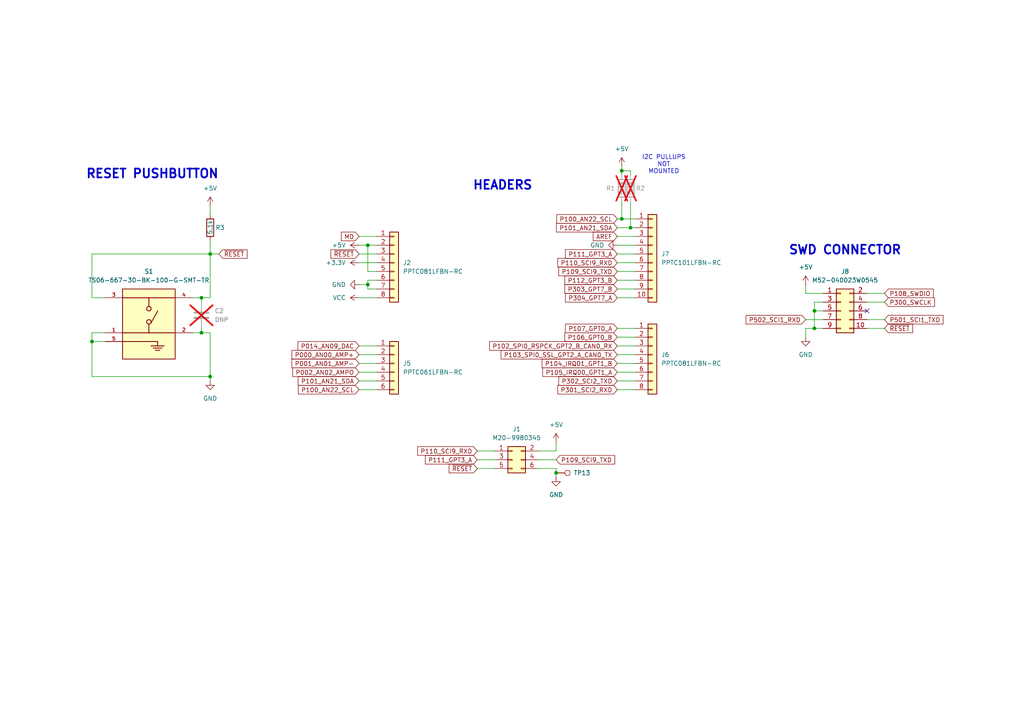
<source format=kicad_sch>
(kicad_sch (version 20231120) (generator "eeschema") (generator_version "8.0")
  (paper "A4")
  (title_block (title "Arduino UNO R4 Minima Headers") (date "2024-05-10") (rev "1") (company "Carlos Sabogal"))
  (lib_symbols
    (symbol "Arduino UNO R4 Minima:TS06-667-30-BK-100-G-SMT-TR" (pin_names (offset 1.016))
      (property "Reference" "S" (at -7.62 10.922 0))
      (property "Value" "TS06-667-30-BK-100-G-SMT-TR" (at -7.62 -10.922 0))
      (symbol "TS06-667-30-BK-100-G-SMT-TR_0_0"
        (rectangle (start -7.62 10.16) (end 7.62 -10.16) (stroke (width 0.254)) (fill (type background)))
        (polyline (pts (xy -7.62 -5.08) (xy 2.54 -5.08)) (stroke (width 0.254)))
        (polyline (pts (xy 0 -2.54) (xy -7.62 -2.54)) (stroke (width 0.254)))
        (polyline (pts (xy 0 -2.54) (xy 7.62 -2.54)) (stroke (width 0.254)))
        (polyline (pts (xy 0 0) (xy 0 -2.54)) (stroke (width 0.254)))
        (polyline (pts (xy 0 7.62) (xy -7.62 7.62)) (stroke (width 0.254)))
        (polyline (pts (xy 0 7.62) (xy 0 5.08)) (stroke (width 0.254)))
        (polyline (pts (xy 0 7.62) (xy 7.62 7.62)) (stroke (width 0.254)))
        (polyline (pts (xy 0.635 -6.35) (xy 2.54 -6.35)) (stroke (width 0.254)))
        (polyline (pts (xy 0.635 0.3175) (xy 2.54 3.81)) (stroke (width 0.254)))
        (polyline (pts (xy 1.27 -6.985) (xy 3.81 -6.985)) (stroke (width 0.254)))
        (polyline (pts (xy 1.905 -7.62) (xy 3.175 -7.62)) (stroke (width 0.254)))
        (polyline (pts (xy 2.54 -6.35) (xy 4.445 -6.35)) (stroke (width 0.254)))
        (polyline (pts (xy 2.54 -5.08) (xy 2.54 -6.35)) (stroke (width 0.254)))
        (circle (center 0 0.635) (radius 0.635) (stroke (width 0.254)))
        (circle (center 0 4.445) (radius 0.635) (stroke (width 0.254)))
        (pin passive line (at -12.7 -2.54 0) (length 5.08) (name "~") (number "1"))
        (pin passive line (at 12.7 -2.54 180) (length 5.08) (name "~") (number "2"))
        (pin passive line (at -12.7 7.62 0) (length 5.08) (name "~") (number "3"))
        (pin passive line (at 12.7 7.62 180) (length 5.08) (name "~") (number "4"))
        (pin passive line (at -12.7 -5.08 0) (length 5.08) (name "~") (number "5"))
      )
    )
    (symbol "Connector:TestPoint" (pin_numbers hide) (pin_names (offset 0.762) hide)
      (property "Reference" "TP" (at 0 6.858 0))
      (property "Value" "TestPoint" (at 0 5.08 0))
      (symbol "TestPoint_0_1"
        (circle (center 0 3.302) (radius 0.762))
      )
      (symbol "TestPoint_1_1"
        (pin passive line (at 0 0 90) (length 2.54) (name "1") (number "1"))
      )
    )
    (symbol "Connector_Generic:Conn_01x06" (pin_names (offset 1.016) hide)
      (property "Reference" "J" (at 0 7.62 0))
      (property "Value" "Conn_01x06" (at 0 -10.16 0))
      (symbol "Conn_01x06_1_1"
        (rectangle (start -1.27 -7.493) (end 0 -7.747) (stroke (width 0.1524)))
        (rectangle (start -1.27 -4.953) (end 0 -5.207) (stroke (width 0.1524)))
        (rectangle (start -1.27 -2.413) (end 0 -2.667) (stroke (width 0.1524)))
        (rectangle (start -1.27 0.127) (end 0 -0.127) (stroke (width 0.1524)))
        (rectangle (start -1.27 2.667) (end 0 2.413) (stroke (width 0.1524)))
        (rectangle (start -1.27 5.207) (end 0 4.953) (stroke (width 0.1524)))
        (rectangle (start -1.27 6.35) (end 1.27 -8.89) (stroke (width 0.254)) (fill (type background)))
        (pin passive line (at -5.08 5.08 0) (length 3.81) (name "Pin_1") (number "1"))
        (pin passive line (at -5.08 2.54 0) (length 3.81) (name "Pin_2") (number "2"))
        (pin passive line (at -5.08 0 0) (length 3.81) (name "Pin_3") (number "3"))
        (pin passive line (at -5.08 -2.54 0) (length 3.81) (name "Pin_4") (number "4"))
        (pin passive line (at -5.08 -5.08 0) (length 3.81) (name "Pin_5") (number "5"))
        (pin passive line (at -5.08 -7.62 0) (length 3.81) (name "Pin_6") (number "6"))
      )
    )
    (symbol "Connector_Generic:Conn_01x08" (pin_names (offset 1.016) hide)
      (property "Reference" "J" (at 0 10.16 0))
      (property "Value" "Conn_01x08" (at 0 -12.7 0))
      (symbol "Conn_01x08_1_1"
        (rectangle (start -1.27 -10.033) (end 0 -10.287) (stroke (width 0.1524)))
        (rectangle (start -1.27 -7.493) (end 0 -7.747) (stroke (width 0.1524)))
        (rectangle (start -1.27 -4.953) (end 0 -5.207) (stroke (width 0.1524)))
        (rectangle (start -1.27 -2.413) (end 0 -2.667) (stroke (width 0.1524)))
        (rectangle (start -1.27 0.127) (end 0 -0.127) (stroke (width 0.1524)))
        (rectangle (start -1.27 2.667) (end 0 2.413) (stroke (width 0.1524)))
        (rectangle (start -1.27 5.207) (end 0 4.953) (stroke (width 0.1524)))
        (rectangle (start -1.27 7.747) (end 0 7.493) (stroke (width 0.1524)))
        (rectangle (start -1.27 8.89) (end 1.27 -11.43) (stroke (width 0.254)) (fill (type background)))
        (pin passive line (at -5.08 7.62 0) (length 3.81) (name "Pin_1") (number "1"))
        (pin passive line (at -5.08 5.08 0) (length 3.81) (name "Pin_2") (number "2"))
        (pin passive line (at -5.08 2.54 0) (length 3.81) (name "Pin_3") (number "3"))
        (pin passive line (at -5.08 0 0) (length 3.81) (name "Pin_4") (number "4"))
        (pin passive line (at -5.08 -2.54 0) (length 3.81) (name "Pin_5") (number "5"))
        (pin passive line (at -5.08 -5.08 0) (length 3.81) (name "Pin_6") (number "6"))
        (pin passive line (at -5.08 -7.62 0) (length 3.81) (name "Pin_7") (number "7"))
        (pin passive line (at -5.08 -10.16 0) (length 3.81) (name "Pin_8") (number "8"))
      )
    )
    (symbol "Connector_Generic:Conn_01x10" (pin_names (offset 1.016) hide)
      (property "Reference" "J" (at 0 12.7 0))
      (property "Value" "Conn_01x10" (at 0 -15.24 0))
      (symbol "Conn_01x10_1_1"
        (rectangle (start -1.27 -12.573) (end 0 -12.827) (stroke (width 0.1524)))
        (rectangle (start -1.27 -10.033) (end 0 -10.287) (stroke (width 0.1524)))
        (rectangle (start -1.27 -7.493) (end 0 -7.747) (stroke (width 0.1524)))
        (rectangle (start -1.27 -4.953) (end 0 -5.207) (stroke (width 0.1524)))
        (rectangle (start -1.27 -2.413) (end 0 -2.667) (stroke (width 0.1524)))
        (rectangle (start -1.27 0.127) (end 0 -0.127) (stroke (width 0.1524)))
        (rectangle (start -1.27 2.667) (end 0 2.413) (stroke (width 0.1524)))
        (rectangle (start -1.27 5.207) (end 0 4.953) (stroke (width 0.1524)))
        (rectangle (start -1.27 7.747) (end 0 7.493) (stroke (width 0.1524)))
        (rectangle (start -1.27 10.287) (end 0 10.033) (stroke (width 0.1524)))
        (rectangle (start -1.27 11.43) (end 1.27 -13.97) (stroke (width 0.254)) (fill (type background)))
        (pin passive line (at -5.08 10.16 0) (length 3.81) (name "Pin_1") (number "1"))
        (pin passive line (at -5.08 -12.7 0) (length 3.81) (name "Pin_10") (number "10"))
        (pin passive line (at -5.08 7.62 0) (length 3.81) (name "Pin_2") (number "2"))
        (pin passive line (at -5.08 5.08 0) (length 3.81) (name "Pin_3") (number "3"))
        (pin passive line (at -5.08 2.54 0) (length 3.81) (name "Pin_4") (number "4"))
        (pin passive line (at -5.08 0 0) (length 3.81) (name "Pin_5") (number "5"))
        (pin passive line (at -5.08 -2.54 0) (length 3.81) (name "Pin_6") (number "6"))
        (pin passive line (at -5.08 -5.08 0) (length 3.81) (name "Pin_7") (number "7"))
        (pin passive line (at -5.08 -7.62 0) (length 3.81) (name "Pin_8") (number "8"))
        (pin passive line (at -5.08 -10.16 0) (length 3.81) (name "Pin_9") (number "9"))
      )
    )
    (symbol "Connector_Generic:Conn_02x03_Odd_Even" (pin_names (offset 1.016) hide)
      (property "Reference" "J" (at 1.27 5.08 0))
      (property "Value" "Conn_02x03_Odd_Even" (at 1.27 -5.08 0))
      (symbol "Conn_02x03_Odd_Even_1_1"
        (rectangle (start -1.27 -2.413) (end 0 -2.667) (stroke (width 0.1524)))
        (rectangle (start -1.27 0.127) (end 0 -0.127) (stroke (width 0.1524)))
        (rectangle (start -1.27 2.667) (end 0 2.413) (stroke (width 0.1524)))
        (rectangle (start -1.27 3.81) (end 3.81 -3.81) (stroke (width 0.254)) (fill (type background)))
        (rectangle (start 3.81 -2.413) (end 2.54 -2.667) (stroke (width 0.1524)))
        (rectangle (start 3.81 0.127) (end 2.54 -0.127) (stroke (width 0.1524)))
        (rectangle (start 3.81 2.667) (end 2.54 2.413) (stroke (width 0.1524)))
        (pin passive line (at -5.08 2.54 0) (length 3.81) (name "Pin_1") (number "1"))
        (pin passive line (at 7.62 2.54 180) (length 3.81) (name "Pin_2") (number "2"))
        (pin passive line (at -5.08 0 0) (length 3.81) (name "Pin_3") (number "3"))
        (pin passive line (at 7.62 0 180) (length 3.81) (name "Pin_4") (number "4"))
        (pin passive line (at -5.08 -2.54 0) (length 3.81) (name "Pin_5") (number "5"))
        (pin passive line (at 7.62 -2.54 180) (length 3.81) (name "Pin_6") (number "6"))
      )
    )
    (symbol "Connector_Generic:Conn_02x05_Odd_Even" (pin_names (offset 1.016) hide)
      (property "Reference" "J" (at 1.27 7.62 0))
      (property "Value" "Conn_02x05_Odd_Even" (at 1.27 -7.62 0))
      (symbol "Conn_02x05_Odd_Even_1_1"
        (rectangle (start -1.27 -4.953) (end 0 -5.207) (stroke (width 0.1524)))
        (rectangle (start -1.27 -2.413) (end 0 -2.667) (stroke (width 0.1524)))
        (rectangle (start -1.27 0.127) (end 0 -0.127) (stroke (width 0.1524)))
        (rectangle (start -1.27 2.667) (end 0 2.413) (stroke (width 0.1524)))
        (rectangle (start -1.27 5.207) (end 0 4.953) (stroke (width 0.1524)))
        (rectangle (start -1.27 6.35) (end 3.81 -6.35) (stroke (width 0.254)) (fill (type background)))
        (rectangle (start 3.81 -4.953) (end 2.54 -5.207) (stroke (width 0.1524)))
        (rectangle (start 3.81 -2.413) (end 2.54 -2.667) (stroke (width 0.1524)))
        (rectangle (start 3.81 0.127) (end 2.54 -0.127) (stroke (width 0.1524)))
        (rectangle (start 3.81 2.667) (end 2.54 2.413) (stroke (width 0.1524)))
        (rectangle (start 3.81 5.207) (end 2.54 4.953) (stroke (width 0.1524)))
        (pin passive line (at -5.08 5.08 0) (length 3.81) (name "Pin_1") (number "1"))
        (pin passive line (at 7.62 -5.08 180) (length 3.81) (name "Pin_10") (number "10"))
        (pin passive line (at 7.62 5.08 180) (length 3.81) (name "Pin_2") (number "2"))
        (pin passive line (at -5.08 2.54 0) (length 3.81) (name "Pin_3") (number "3"))
        (pin passive line (at 7.62 2.54 180) (length 3.81) (name "Pin_4") (number "4"))
        (pin passive line (at -5.08 0 0) (length 3.81) (name "Pin_5") (number "5"))
        (pin passive line (at 7.62 0 180) (length 3.81) (name "Pin_6") (number "6"))
        (pin passive line (at -5.08 -2.54 0) (length 3.81) (name "Pin_7") (number "7"))
        (pin passive line (at 7.62 -2.54 180) (length 3.81) (name "Pin_8") (number "8"))
        (pin passive line (at -5.08 -5.08 0) (length 3.81) (name "Pin_9") (number "9"))
      )
    )
    (symbol "Device:C" (pin_numbers hide) (pin_names (offset 0.254))
      (property "Reference" "C" (at 0.635 2.54 0))
      (property "Value" "C" (at 0.635 -2.54 0))
      (symbol "C_0_1"
        (polyline (pts (xy -2.032 -0.762) (xy 2.032 -0.762)) (stroke (width 0.508)))
        (polyline (pts (xy -2.032 0.762) (xy 2.032 0.762)) (stroke (width 0.508)))
      )
      (symbol "C_1_1"
        (pin passive line (at 0 3.81 270) (length 2.794) (name "~") (number "1"))
        (pin passive line (at 0 -3.81 90) (length 2.794) (name "~") (number "2"))
      )
    )
    (symbol "Device:R" (pin_numbers hide) (pin_names (offset 0))
      (property "Reference" "R" (at 2.032 0 90))
      (property "Value" "R" (at 0 0 90))
      (symbol "R_0_1"
        (rectangle (start -1.016 -2.54) (end 1.016 2.54) (stroke (width 0.254)))
      )
      (symbol "R_1_1"
        (pin passive line (at 0 3.81 270) (length 1.27) (name "~") (number "1"))
        (pin passive line (at 0 -3.81 90) (length 1.27) (name "~") (number "2"))
      )
    )
    (symbol "power:+3.3V" (power) (pin_numbers hide) (pin_names (offset 0) hide)
      (property "Value" "+3.3V" (at 0 3.556 0))
      (symbol "+3.3V_0_1"
        (polyline (pts (xy -0.762 1.27) (xy 0 2.54)))
        (polyline (pts (xy 0 0) (xy 0 2.54)))
        (polyline (pts (xy 0 2.54) (xy 0.762 1.27)))
      )
      (symbol "+3.3V_1_1"
        (pin power_in line (at 0 0 90) (length 0) (name "~") (number "1"))
      )
    )
    (symbol "power:+5V" (power) (pin_numbers hide) (pin_names (offset 0) hide)
      (property "Value" "+5V" (at 0 3.556 0))
      (symbol "+5V_0_1"
        (polyline (pts (xy -0.762 1.27) (xy 0 2.54)))
        (polyline (pts (xy 0 0) (xy 0 2.54)))
        (polyline (pts (xy 0 2.54) (xy 0.762 1.27)))
      )
      (symbol "+5V_1_1"
        (pin power_in line (at 0 0 90) (length 0) (name "~") (number "1"))
      )
    )
    (symbol "power:GND" (power) (pin_numbers hide) (pin_names (offset 0) hide)
      (property "Value" "GND" (at 0 -3.81 0))
      (symbol "GND_0_1"
        (polyline (pts (xy 0 0) (xy 0 -1.27) (xy 1.27 -1.27) (xy 0 -2.54) (xy -1.27 -1.27) (xy 0 -1.27)))
      )
      (symbol "GND_1_1"
        (pin power_in line (at 0 0 270) (length 0) (name "~") (number "1"))
      )
    )
    (symbol "power:VCC" (power) (pin_numbers hide) (pin_names (offset 0) hide)
      (property "Value" "VCC" (at 0 3.556 0))
      (symbol "VCC_0_1"
        (polyline (pts (xy -0.762 1.27) (xy 0 2.54)))
        (polyline (pts (xy 0 0) (xy 0 2.54)))
        (polyline (pts (xy 0 2.54) (xy 0.762 1.27)))
      )
      (symbol "VCC_1_1"
        (pin power_in line (at 0 0 90) (length 0) (name "~") (number "1"))
      )
    )
  )
  (junction (at 60.96 109.22))
  (junction (at 180.34 63.5))
  (junction (at 58.42 96.52))
  (junction (at 60.96 73.66))
  (junction (at 161.29 137.16))
  (junction (at 26.67 99.06))
  (junction (at 236.22 90.17))
  (junction (at 106.68 71.12))
  (junction (at 106.68 82.55))
  (junction (at 236.22 95.25))
  (junction (at 182.88 66.04))
  (junction (at 58.42 86.36))
  (junction (at 180.34 49.53))
  (no_connect (at 251.46 90.17))
  (wire (pts (xy 238.76 85.09) (xy 233.68 85.09)))
  (wire (pts (xy 161.29 130.81) (xy 161.29 128.27)))
  (wire (pts (xy 104.14 82.55) (xy 106.68 82.55)))
  (wire (pts (xy 161.29 137.16) (xy 161.29 135.89)))
  (wire (pts (xy 182.88 50.8) (xy 182.88 49.53)))
  (wire (pts (xy 60.96 73.66) (xy 60.96 86.36)))
  (wire (pts (xy 104.14 113.03) (xy 109.22 113.03)))
  (wire (pts (xy 60.96 110.49) (xy 60.96 109.22)))
  (wire (pts (xy 236.22 87.63) (xy 236.22 90.17)))
  (wire (pts (xy 26.67 86.36) (xy 30.48 86.36)))
  (wire (pts (xy 26.67 96.52) (xy 30.48 96.52)))
  (wire (pts (xy 60.96 96.52) (xy 60.96 109.22)))
  (wire (pts (xy 106.68 81.28) (xy 106.68 82.55)))
  (wire (pts (xy 179.07 66.04) (xy 182.88 66.04)))
  (wire (pts (xy 58.42 96.52) (xy 60.96 96.52)))
  (wire (pts (xy 180.34 49.53) (xy 180.34 48.26)))
  (wire (pts (xy 104.14 100.33) (xy 109.22 100.33)))
  (wire (pts (xy 251.46 87.63) (xy 256.54 87.63)))
  (wire (pts (xy 138.43 133.35) (xy 143.51 133.35)))
  (wire (pts (xy 156.21 133.35) (xy 161.29 133.35)))
  (wire (pts (xy 26.67 99.06) (xy 26.67 96.52)))
  (wire (pts (xy 179.07 95.25) (xy 184.15 95.25)))
  (wire (pts (xy 236.22 90.17) (xy 238.76 90.17)))
  (wire (pts (xy 106.68 71.12) (xy 109.22 71.12)))
  (wire (pts (xy 251.46 85.09) (xy 256.54 85.09)))
  (wire (pts (xy 60.96 59.69) (xy 60.96 62.23)))
  (wire (pts (xy 251.46 95.25) (xy 256.54 95.25)))
  (wire (pts (xy 26.67 73.66) (xy 26.67 86.36)))
  (wire (pts (xy 179.07 102.87) (xy 184.15 102.87)))
  (wire (pts (xy 180.34 58.42) (xy 180.34 63.5)))
  (wire (pts (xy 179.07 81.28) (xy 184.15 81.28)))
  (wire (pts (xy 182.88 66.04) (xy 184.15 66.04)))
  (wire (pts (xy 26.67 73.66) (xy 60.96 73.66)))
  (wire (pts (xy 104.14 73.66) (xy 109.22 73.66)))
  (wire (pts (xy 236.22 90.17) (xy 236.22 95.25)))
  (wire (pts (xy 233.68 85.09) (xy 233.68 82.55)))
  (wire (pts (xy 60.96 73.66) (xy 63.5 73.66)))
  (wire (pts (xy 58.42 86.36) (xy 55.88 86.36)))
  (wire (pts (xy 109.22 81.28) (xy 106.68 81.28)))
  (wire (pts (xy 182.88 58.42) (xy 182.88 66.04)))
  (wire (pts (xy 60.96 69.85) (xy 60.96 73.66)))
  (wire (pts (xy 180.34 50.8) (xy 180.34 49.53)))
  (wire (pts (xy 233.68 92.71) (xy 238.76 92.71)))
  (wire (pts (xy 106.68 82.55) (xy 106.68 83.82)))
  (wire (pts (xy 236.22 95.25) (xy 233.68 95.25)))
  (wire (pts (xy 138.43 135.89) (xy 143.51 135.89)))
  (wire (pts (xy 179.07 78.74) (xy 184.15 78.74)))
  (wire (pts (xy 58.42 95.25) (xy 58.42 96.52)))
  (wire (pts (xy 179.07 68.58) (xy 184.15 68.58)))
  (wire (pts (xy 104.14 71.12) (xy 106.68 71.12)))
  (wire (pts (xy 156.21 135.89) (xy 161.29 135.89)))
  (wire (pts (xy 106.68 71.12) (xy 106.68 78.74)))
  (wire (pts (xy 179.07 83.82) (xy 184.15 83.82)))
  (wire (pts (xy 104.14 105.41) (xy 109.22 105.41)))
  (wire (pts (xy 104.14 107.95) (xy 109.22 107.95)))
  (wire (pts (xy 179.07 100.33) (xy 184.15 100.33)))
  (wire (pts (xy 156.21 130.81) (xy 161.29 130.81)))
  (wire (pts (xy 238.76 87.63) (xy 236.22 87.63)))
  (wire (pts (xy 179.07 76.2) (xy 184.15 76.2)))
  (wire (pts (xy 251.46 92.71) (xy 256.54 92.71)))
  (wire (pts (xy 104.14 76.2) (xy 109.22 76.2)))
  (wire (pts (xy 182.88 49.53) (xy 180.34 49.53)))
  (wire (pts (xy 55.88 96.52) (xy 58.42 96.52)))
  (wire (pts (xy 60.96 86.36) (xy 58.42 86.36)))
  (wire (pts (xy 104.14 110.49) (xy 109.22 110.49)))
  (wire (pts (xy 106.68 83.82) (xy 109.22 83.82)))
  (wire (pts (xy 179.07 110.49) (xy 184.15 110.49)))
  (wire (pts (xy 104.14 68.58) (xy 109.22 68.58)))
  (wire (pts (xy 104.14 102.87) (xy 109.22 102.87)))
  (wire (pts (xy 238.76 95.25) (xy 236.22 95.25)))
  (wire (pts (xy 138.43 130.81) (xy 143.51 130.81)))
  (wire (pts (xy 179.07 63.5) (xy 180.34 63.5)))
  (wire (pts (xy 161.29 138.43) (xy 161.29 137.16)))
  (wire (pts (xy 179.07 107.95) (xy 184.15 107.95)))
  (wire (pts (xy 233.68 95.25) (xy 233.68 97.79)))
  (wire (pts (xy 179.07 105.41) (xy 184.15 105.41)))
  (wire (pts (xy 179.07 113.03) (xy 184.15 113.03)))
  (wire (pts (xy 60.96 109.22) (xy 26.67 109.22)))
  (wire (pts (xy 179.07 97.79) (xy 184.15 97.79)))
  (wire (pts (xy 26.67 109.22) (xy 26.67 99.06)))
  (wire (pts (xy 109.22 78.74) (xy 106.68 78.74)))
  (wire (pts (xy 104.14 86.36) (xy 109.22 86.36)))
  (wire (pts (xy 26.67 99.06) (xy 30.48 99.06)))
  (wire (pts (xy 179.07 86.36) (xy 184.15 86.36)))
  (wire (pts (xy 179.07 71.12) (xy 184.15 71.12)))
  (wire (pts (xy 179.07 73.66) (xy 184.15 73.66)))
  (wire (pts (xy 58.42 86.36) (xy 58.42 87.63)))
  (wire (pts (xy 180.34 63.5) (xy 184.15 63.5)))
  (text "RESET PUSHBUTTON" (at 44.196 50.546 0) (effects (font (size 2.54 2.54) (thickness 0.508) (bold yes))))
  (text "SWD CONNECTOR" (at 245.11 72.644 0) (effects (font (size 2.54 2.54) (thickness 0.508) (bold yes))))
  (text "HEADERS" (at 145.796 53.848 0) (effects (font (size 2.54 2.54) (thickness 0.508) (bold yes))))
  (text "I2C PULLUPS\nNOT\nMOUNTED" (at 192.532 47.752 0) (effects (font (size 1.27 1.27))))
  (global_label "P102_SPI0_RSPCK_GPT2_B_CAN0_RX" (shape input) (at 179.07 100.33 180) (property "Intersheetrefs" "${INTERSHEET_REFS}" (effects (hide yes))))
  (global_label "~{RESET}" (shape input) (at 256.54 95.25 0) (property "Intersheetrefs" "${INTERSHEET_REFS}" (effects (hide yes))))
  (global_label "P100_AN22_SCL" (shape input) (at 104.14 113.03 180) (property "Intersheetrefs" "${INTERSHEET_REFS}" (effects (hide yes))))
  (global_label "P105_IRQ00_GPT1_A" (shape input) (at 179.07 107.95 180) (property "Intersheetrefs" "${INTERSHEET_REFS}" (effects (hide yes))))
  (global_label "P110_SCI9_RXD" (shape input) (at 179.07 76.2 180) (property "Intersheetrefs" "${INTERSHEET_REFS}" (effects (hide yes))))
  (global_label "~{RESET}" (shape input) (at 104.14 73.66 180) (property "Intersheetrefs" "${INTERSHEET_REFS}" (effects (hide yes))))
  (global_label "P300_SWCLK" (shape input) (at 256.54 87.63 0) (property "Intersheetrefs" "${INTERSHEET_REFS}" (effects (hide yes))))
  (global_label "P304_GPT7_A" (shape input) (at 179.07 86.36 180) (property "Intersheetrefs" "${INTERSHEET_REFS}" (effects (hide yes))))
  (global_label "~{RESET}" (shape input) (at 63.5 73.66 0) (property "Intersheetrefs" "${INTERSHEET_REFS}" (effects (hide yes))))
  (global_label "P100_AN22_SCL" (shape input) (at 179.07 63.5 180) (property "Intersheetrefs" "${INTERSHEET_REFS}" (effects (hide yes))))
  (global_label "P501_SCI1_TXD" (shape input) (at 256.54 92.71 0) (property "Intersheetrefs" "${INTERSHEET_REFS}" (effects (hide yes))))
  (global_label "P108_SWDIO" (shape input) (at 256.54 85.09 0) (property "Intersheetrefs" "${INTERSHEET_REFS}" (effects (hide yes))))
  (global_label "P104_IRQ01_GPT1_B" (shape input) (at 179.07 105.41 180) (property "Intersheetrefs" "${INTERSHEET_REFS}" (effects (hide yes))))
  (global_label "P014_AN09_DAC" (shape input) (at 104.14 100.33 180) (property "Intersheetrefs" "${INTERSHEET_REFS}" (effects (hide yes))))
  (global_label "~{RESET}" (shape input) (at 138.43 135.89 180) (property "Intersheetrefs" "${INTERSHEET_REFS}" (effects (hide yes))))
  (global_label "P101_AN21_SDA" (shape input) (at 179.07 66.04 180) (property "Intersheetrefs" "${INTERSHEET_REFS}" (effects (hide yes))))
  (global_label "P502_SCI1_RXD" (shape input) (at 233.68 92.71 180) (property "Intersheetrefs" "${INTERSHEET_REFS}" (effects (hide yes))))
  (global_label "MD" (shape input) (at 104.14 68.58 180) (property "Intersheetrefs" "${INTERSHEET_REFS}" (effects (hide yes))))
  (global_label "P106_GPT0_B" (shape input) (at 179.07 97.79 180) (property "Intersheetrefs" "${INTERSHEET_REFS}" (effects (hide yes))))
  (global_label "P301_SCI2_RXD" (shape input) (at 179.07 113.03 180) (property "Intersheetrefs" "${INTERSHEET_REFS}" (effects (hide yes))))
  (global_label "P103_SPI0_SSL_GPT2_A_CAN0_TX" (shape input) (at 179.07 102.87 180) (property "Intersheetrefs" "${INTERSHEET_REFS}" (effects (hide yes))))
  (global_label "P107_GPT0_A" (shape input) (at 179.07 95.25 180) (property "Intersheetrefs" "${INTERSHEET_REFS}" (effects (hide yes))))
  (global_label "P001_AN01_AMP-" (shape input) (at 104.14 105.41 180) (property "Intersheetrefs" "${INTERSHEET_REFS}" (effects (hide yes))))
  (global_label "AREF" (shape input) (at 179.07 68.58 180) (property "Intersheetrefs" "${INTERSHEET_REFS}" (effects (hide yes))))
  (global_label "P112_GPT3_B" (shape input) (at 179.07 81.28 180) (property "Intersheetrefs" "${INTERSHEET_REFS}" (effects (hide yes))))
  (global_label "P111_GPT3_A" (shape input) (at 179.07 73.66 180) (property "Intersheetrefs" "${INTERSHEET_REFS}" (effects (hide yes))))
  (global_label "P302_SCI2_TXD" (shape input) (at 179.07 110.49 180) (property "Intersheetrefs" "${INTERSHEET_REFS}" (effects (hide yes))))
  (global_label "P111_GPT3_A" (shape input) (at 138.43 133.35 180) (property "Intersheetrefs" "${INTERSHEET_REFS}" (effects (hide yes))))
  (global_label "P000_AN00_AMP+" (shape input) (at 104.14 102.87 180) (property "Intersheetrefs" "${INTERSHEET_REFS}" (effects (hide yes))))
  (global_label "P002_AN02_AMPO" (shape input) (at 104.14 107.95 180) (property "Intersheetrefs" "${INTERSHEET_REFS}" (effects (hide yes))))
  (global_label "P110_SCI9_RXD" (shape input) (at 138.43 130.81 180) (property "Intersheetrefs" "${INTERSHEET_REFS}" (effects (hide yes))))
  (global_label "P101_AN21_SDA" (shape input) (at 104.14 110.49 180) (property "Intersheetrefs" "${INTERSHEET_REFS}" (effects (hide yes))))
  (global_label "P109_SCI9_TXD" (shape input) (at 179.07 78.74 180) (property "Intersheetrefs" "${INTERSHEET_REFS}" (effects (hide yes))))
  (global_label "P109_SCI9_TXD" (shape input) (at 161.29 133.35 0) (property "Intersheetrefs" "${INTERSHEET_REFS}" (effects (hide yes))))
  (global_label "P303_GPT7_B" (shape input) (at 179.07 83.82 180) (property "Intersheetrefs" "${INTERSHEET_REFS}" (effects (hide yes))))
  (symbol (lib_id "power:+5V") (at 161.29 128.27 0) (unit 1)
    (property "Reference" "#PWR048" (effects (hide yes)))
    (property "Value" "+5V" (at 161.29 123.19 0))
    (property "Description" "Power symbol creates a global label with name \"+5V\"" (effects (hide yes)))
  )
  (symbol (lib_id "Connector_Generic:Conn_01x08") (at 114.3 76.2 0) (unit 1)
    (property "Reference" "J2" (at 116.84 76.1999 0) (effects (justify left)))
    (property "Value" "PPTC081LFBN-RC" (at 116.84 78.7399 0) (effects (justify left)))
    (property "Footprint" "Connector_PinSocket_2.54mm:PinSocket_1x08_P2.54mm_Vertical" (effects (hide yes)))
    (property "Description" "Generic connector, single row, 01x08, script generated (kicad-library-utils/schlib/autogen/connector/)" (effects (hide yes)))
  )
  (symbol (lib_id "power:+5V") (at 104.14 71.12 90) (unit 1)
    (property "Reference" "#PWR050" (effects (hide yes)))
    (property "Value" "+5V" (at 100.33 71.1199 90) (effects (justify left)))
    (property "Description" "Power symbol creates a global label with name \"+5V\"" (effects (hide yes)))
  )
  (symbol (lib_id "power:VCC") (at 104.14 86.36 90) (unit 1)
    (property "Reference" "#PWR052" (effects (hide yes)))
    (property "Value" "VCC" (at 100.33 86.3599 90) (effects (justify left)))
    (property "Description" "Power symbol creates a global label with name \"VCC\"" (effects (hide yes)))
  )
  (symbol (lib_id "power:GND") (at 179.07 71.12 270) (unit 1)
    (property "Reference" "#PWR054" (effects (hide yes)))
    (property "Value" "GND" (at 175.26 71.1199 90) (effects (justify right)))
    (property "Description" "Power symbol creates a global label with name \"GND\" , ground" (effects (hide yes)))
  )
  (symbol (lib_id "Device:R") (at 182.88 54.61 0) (unit 1) (dnp yes)
    (property "Reference" "R2" (at 184.404 54.61 0) (effects (justify left)))
    (property "Value" "5.1k" (at 182.88 56.642 90) (effects (justify left)))
    (property "Footprint" "Resistor_SMD:R_0603_1608Metric" (effects (hide yes)))
    (property "Description" "Resistor" (effects (hide yes)))
  )
  (symbol (lib_id "power:GND") (at 233.68 97.79 0) (unit 1)
    (property "Reference" "#PWR056" (effects (hide yes)))
    (property "Value" "GND" (at 233.68 102.87 0))
    (property "Description" "Power symbol creates a global label with name \"GND\" , ground" (effects (hide yes)))
  )
  (symbol (lib_id "power:GND") (at 60.96 110.49 0) (unit 1)
    (property "Reference" "#PWR036" (effects (hide yes)))
    (property "Value" "GND" (at 60.96 115.57 0))
    (property "Description" "Power symbol creates a global label with name \"GND\" , ground" (effects (hide yes)))
  )
  (symbol (lib_id "Connector_Generic:Conn_01x08") (at 189.23 102.87 0) (unit 1)
    (property "Reference" "J6" (at 191.77 102.8699 0) (effects (justify left)))
    (property "Value" "PPTC081LFBN-RC" (at 191.77 105.4099 0) (effects (justify left)))
    (property "Footprint" "Connector_PinSocket_2.54mm:PinSocket_1x08_P2.54mm_Vertical" (effects (hide yes)))
    (property "Description" "Generic connector, single row, 01x08, script generated (kicad-library-utils/schlib/autogen/connector/)" (effects (hide yes)))
  )
  (symbol (lib_id "power:+5V") (at 60.96 59.69 0) (unit 1)
    (property "Reference" "#PWR035" (effects (hide yes)))
    (property "Value" "+5V" (at 60.96 54.61 0))
    (property "Description" "Power symbol creates a global label with name \"+5V\"" (effects (hide yes)))
  )
  (symbol (lib_id "Device:R") (at 60.96 66.04 0) (unit 1)
    (property "Reference" "R3" (at 62.484 66.04 0) (effects (justify left)))
    (property "Value" "5.1k" (at 60.96 68.072 90) (effects (justify left)))
    (property "Footprint" "Resistor_SMD:R_0402_1005Metric" (effects (hide yes)))
    (property "Description" "Resistor" (effects (hide yes)))
  )
  (symbol (lib_id "power:+5V") (at 233.68 82.55 0) (mirror y) (unit 1)
    (property "Reference" "#PWR055" (effects (hide yes)))
    (property "Value" "+5V" (at 233.68 77.47 0))
    (property "Description" "Power symbol creates a global label with name \"+5V\"" (effects (hide yes)))
  )
  (symbol (lib_id "Device:R") (at 180.34 54.61 0) (unit 1) (dnp yes)
    (property "Reference" "R1" (at 175.768 54.61 0) (effects (justify left)))
    (property "Value" "5.1k" (at 180.34 56.642 90) (effects (justify left)))
    (property "Footprint" "Resistor_SMD:R_0603_1608Metric" (effects (hide yes)))
    (property "Description" "Resistor" (effects (hide yes)))
  )
  (symbol (lib_id "Connector_Generic:Conn_02x05_Odd_Even") (at 243.84 90.17 0) (unit 1)
    (property "Reference" "J8" (at 245.11 78.74 0))
    (property "Value" "M52-040023W0545" (at 245.11 81.28 0))
    (property "Footprint" "Connector_PinHeader_1.27mm:PinHeader_2x05_P1.27mm_Vertical" (effects (hide yes)))
    (property "Description" "Generic connector, double row, 02x05, odd/even pin numbering scheme (row 1 odd numbers, row 2 even numbers), script generated (kicad-library-utils/schlib/autogen/connector/)" (effects (hide yes)))
  )
  (symbol (lib_id "power:+3.3V") (at 104.14 76.2 90) (unit 1)
    (property "Reference" "#PWR051" (effects (hide yes)))
    (property "Value" "+3.3V" (at 100.33 76.1999 90) (effects (justify left)))
    (property "Description" "Power symbol creates a global label with name \"+3.3V\"" (effects (hide yes)))
  )
  (symbol (lib_id "power:+5V") (at 180.34 48.26 0) (mirror y) (unit 1)
    (property "Reference" "#PWR057" (effects (hide yes)))
    (property "Value" "+5V" (at 180.34 43.18 0))
    (property "Description" "Power symbol creates a global label with name \"+5V\"" (effects (hide yes)))
  )
  (symbol (lib_id "power:GND") (at 104.14 82.55 270) (unit 1)
    (property "Reference" "#PWR053" (effects (hide yes)))
    (property "Value" "GND" (at 100.33 82.5499 90) (effects (justify right)))
    (property "Description" "Power symbol creates a global label with name \"GND\" , ground" (effects (hide yes)))
  )
  (symbol (lib_id "Connector_Generic:Conn_02x03_Odd_Even") (at 148.59 133.35 0) (unit 1)
    (property "Reference" "J1" (at 149.86 124.46 0))
    (property "Value" "M20-9980345" (at 149.86 127 0))
    (property "Footprint" "Connector_PinHeader_2.54mm:PinHeader_2x03_P2.54mm_Vertical" (effects (hide yes)))
    (property "Description" "Generic connector, double row, 02x03, odd/even pin numbering scheme (row 1 odd numbers, row 2 even numbers), script generated (kicad-library-utils/schlib/autogen/connector/)" (effects (hide yes)))
  )
  (symbol (lib_id "Connector_Generic:Conn_01x10") (at 189.23 73.66 0) (unit 1)
    (property "Reference" "J7" (at 191.77 73.6599 0) (effects (justify left)))
    (property "Value" "PPTC101LFBN-RC" (at 191.77 76.1999 0) (effects (justify left)))
    (property "Footprint" "Connector_PinSocket_2.54mm:PinSocket_1x10_P2.54mm_Vertical" (effects (hide yes)))
    (property "Description" "Generic connector, single row, 01x10, script generated (kicad-library-utils/schlib/autogen/connector/)" (effects (hide yes)))
  )
  (symbol (lib_id "Arduino UNO R4 Minima:TS06-667-30-BK-100-G-SMT-TR") (at 43.18 93.98 0) (unit 1)
    (property "Reference" "S1" (at 43.18 78.74 0))
    (property "Value" "TS06-667-30-BK-100-G-SMT-TR" (at 43.18 81.28 0))
    (property "Footprint" "Arduino UNO R4 Minima:SW_TS06-667-30-BK-100-G-SMT-TR" (effects (hide yes)))
    (property "PARTREV" "1.0" (effects (hide yes)))
    (property "MANUFACTURER" "Cui Devices" (effects (hide yes)))
    (property "MAXIMUM_PACKAGE_HEIGHT" "2.6 mm" (effects (hide yes)))
  )
  (symbol (lib_id "power:GND") (at 161.29 138.43 0) (unit 1)
    (property "Reference" "#PWR049" (effects (hide yes)))
    (property "Value" "GND" (at 161.29 143.51 0))
    (property "Description" "Power symbol creates a global label with name \"GND\" , ground" (effects (hide yes)))
  )
  (symbol (lib_id "Device:C") (at 58.42 91.44 0) (unit 1) (dnp yes)
    (property "Reference" "C2" (at 62.23 90.1699 0) (effects (justify left)))
    (property "Value" "DNP" (at 62.23 92.7099 0) (effects (justify left)))
    (property "Footprint" "Capacitor_SMD:C_0402_1005Metric" (effects (hide yes)))
    (property "Description" "Unpolarized capacitor" (effects (hide yes)))
  )
  (symbol (lib_id "Connector:TestPoint") (at 161.29 137.16 270) (unit 1)
    (property "Reference" "TP13" (at 166.37 137.1599 90) (effects (justify left)))
    (property "Value" "TestPoint" (effects (hide yes)))
    (property "Footprint" "TestPoint:TestPoint_Pad_D1.0mm" (effects (hide yes)))
    (property "Description" "test point" (effects (hide yes)))
  )
  (symbol (lib_id "Connector_Generic:Conn_01x06") (at 114.3 105.41 0) (unit 1)
    (property "Reference" "J5" (at 116.84 105.4099 0) (effects (justify left)))
    (property "Value" "PPTC061LFBN-RC" (at 116.84 107.9499 0) (effects (justify left)))
    (property "Footprint" "Connector_PinSocket_2.54mm:PinSocket_1x06_P2.54mm_Vertical" (effects (hide yes)))
    (property "Description" "Generic connector, single row, 01x06, script generated (kicad-library-utils/schlib/autogen/connector/)" (effects (hide yes)))
  )
)
</source>
